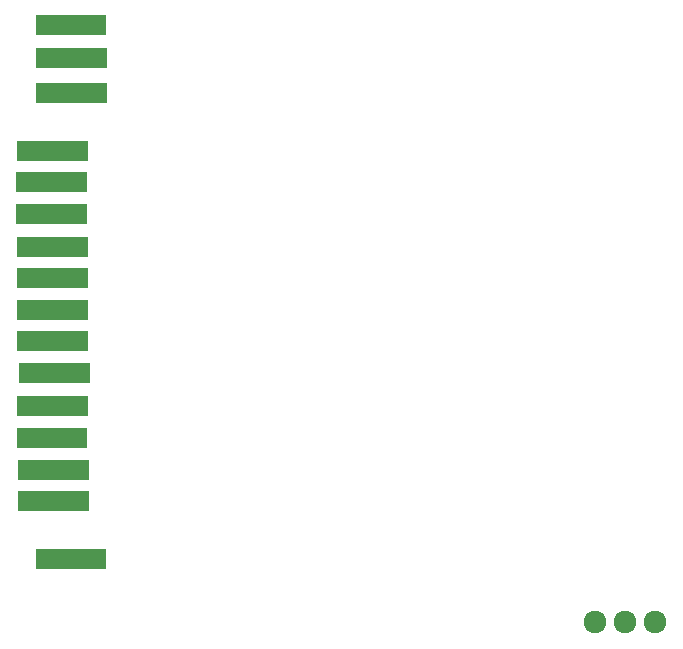
<source format=gbr>
G04 #@! TF.FileFunction,Soldermask,Top*
%FSLAX46Y46*%
G04 Gerber Fmt 4.6, Leading zero omitted, Abs format (unit mm)*
G04 Created by KiCad (PCBNEW 4.0.6) date 05/08/17 07:32:33*
%MOMM*%
%LPD*%
G01*
G04 APERTURE LIST*
%ADD10C,0.100000*%
%ADD11C,1.500000*%
%ADD12R,1.035000X1.670000*%
%ADD13C,1.924000*%
G04 APERTURE END LIST*
D10*
D11*
X211412500Y-90281700D03*
D12*
X211793500Y-90281700D03*
X212428500Y-90281700D03*
X211158500Y-90281700D03*
X210523500Y-90281700D03*
X209888500Y-90281700D03*
X213025400Y-90281700D03*
X213622300Y-90281700D03*
X209266200Y-90281700D03*
X208643900Y-90281700D03*
D11*
X213014500Y-82458500D03*
D12*
X213395500Y-82458500D03*
X214030500Y-82458500D03*
X212760500Y-82458500D03*
X212125500Y-82458500D03*
X211490500Y-82458500D03*
X214627400Y-82458500D03*
X215224300Y-82458500D03*
X210868200Y-82458500D03*
X210245900Y-82458500D03*
D11*
X211386100Y-103718300D03*
D12*
X211767100Y-103718300D03*
X212402100Y-103718300D03*
X211132100Y-103718300D03*
X210497100Y-103718300D03*
X209862100Y-103718300D03*
X212999000Y-103718300D03*
X213595900Y-103718300D03*
X209239800Y-103718300D03*
X208617500Y-103718300D03*
D11*
X211411500Y-106385300D03*
D12*
X211792500Y-106385300D03*
X212427500Y-106385300D03*
X211157500Y-106385300D03*
X210522500Y-106385300D03*
X209887500Y-106385300D03*
X213024400Y-106385300D03*
X213621300Y-106385300D03*
X209265200Y-106385300D03*
X208642900Y-106385300D03*
D11*
X211587500Y-109077700D03*
D12*
X211968500Y-109077700D03*
X212603500Y-109077700D03*
X211333500Y-109077700D03*
X210698500Y-109077700D03*
X210063500Y-109077700D03*
X213200400Y-109077700D03*
X213797300Y-109077700D03*
X209441200Y-109077700D03*
X208818900Y-109077700D03*
D11*
X211338100Y-92948700D03*
D12*
X211719100Y-92948700D03*
X212354100Y-92948700D03*
X211084100Y-92948700D03*
X210449100Y-92948700D03*
X209814100Y-92948700D03*
X212951000Y-92948700D03*
X213547900Y-92948700D03*
X209191800Y-92948700D03*
X208569500Y-92948700D03*
D11*
X211361700Y-114614900D03*
D12*
X211742700Y-114614900D03*
X212377700Y-114614900D03*
X211107700Y-114614900D03*
X210472700Y-114614900D03*
X209837700Y-114614900D03*
X212974600Y-114614900D03*
X213571500Y-114614900D03*
X209215400Y-114614900D03*
X208593100Y-114614900D03*
D11*
X211388900Y-98384300D03*
D12*
X211769900Y-98384300D03*
X212404900Y-98384300D03*
X211134900Y-98384300D03*
X210499900Y-98384300D03*
X209864900Y-98384300D03*
X213001800Y-98384300D03*
X213598700Y-98384300D03*
X209242600Y-98384300D03*
X208620300Y-98384300D03*
D11*
X213014500Y-85354100D03*
D12*
X213395500Y-85354100D03*
X214030500Y-85354100D03*
X212760500Y-85354100D03*
X212125500Y-85354100D03*
X211490500Y-85354100D03*
X214627400Y-85354100D03*
X215224300Y-85354100D03*
X210868200Y-85354100D03*
X210245900Y-85354100D03*
D11*
X212963700Y-124825700D03*
D12*
X213344700Y-124825700D03*
X213979700Y-124825700D03*
X212709700Y-124825700D03*
X212074700Y-124825700D03*
X211439700Y-124825700D03*
X214576600Y-124825700D03*
X215173500Y-124825700D03*
X210817400Y-124825700D03*
X210195100Y-124825700D03*
D11*
X212963700Y-79664500D03*
D12*
X213344700Y-79664500D03*
X213979700Y-79664500D03*
X212709700Y-79664500D03*
X212074700Y-79664500D03*
X211439700Y-79664500D03*
X214576600Y-79664500D03*
X215173500Y-79664500D03*
X210817400Y-79664500D03*
X210195100Y-79664500D03*
D11*
X211510300Y-119948900D03*
D12*
X211891300Y-119948900D03*
X212526300Y-119948900D03*
X211256300Y-119948900D03*
X210621300Y-119948900D03*
X209986300Y-119948900D03*
X213123200Y-119948900D03*
X213720100Y-119948900D03*
X209364000Y-119948900D03*
X208741700Y-119948900D03*
D11*
X211397900Y-111846300D03*
D12*
X211778900Y-111846300D03*
X212413900Y-111846300D03*
X211143900Y-111846300D03*
X210508900Y-111846300D03*
X209873900Y-111846300D03*
X213010800Y-111846300D03*
X213607700Y-111846300D03*
X209251600Y-111846300D03*
X208629300Y-111846300D03*
D11*
X211338100Y-95641100D03*
D12*
X211719100Y-95641100D03*
X212354100Y-95641100D03*
X211084100Y-95641100D03*
X210449100Y-95641100D03*
X209814100Y-95641100D03*
X212951000Y-95641100D03*
X213547900Y-95641100D03*
X209191800Y-95641100D03*
X208569500Y-95641100D03*
D11*
X211484900Y-117307300D03*
D12*
X211865900Y-117307300D03*
X212500900Y-117307300D03*
X211230900Y-117307300D03*
X210595900Y-117307300D03*
X209960900Y-117307300D03*
X213097800Y-117307300D03*
X213694700Y-117307300D03*
X209338600Y-117307300D03*
X208716300Y-117307300D03*
D11*
X211374300Y-101051300D03*
D12*
X211755300Y-101051300D03*
X212390300Y-101051300D03*
X211120300Y-101051300D03*
X210485300Y-101051300D03*
X209850300Y-101051300D03*
X212987200Y-101051300D03*
X213584100Y-101051300D03*
X209228000Y-101051300D03*
X208605700Y-101051300D03*
D13*
X262165100Y-130188900D03*
X259625100Y-130188900D03*
X257085100Y-130188900D03*
M02*

</source>
